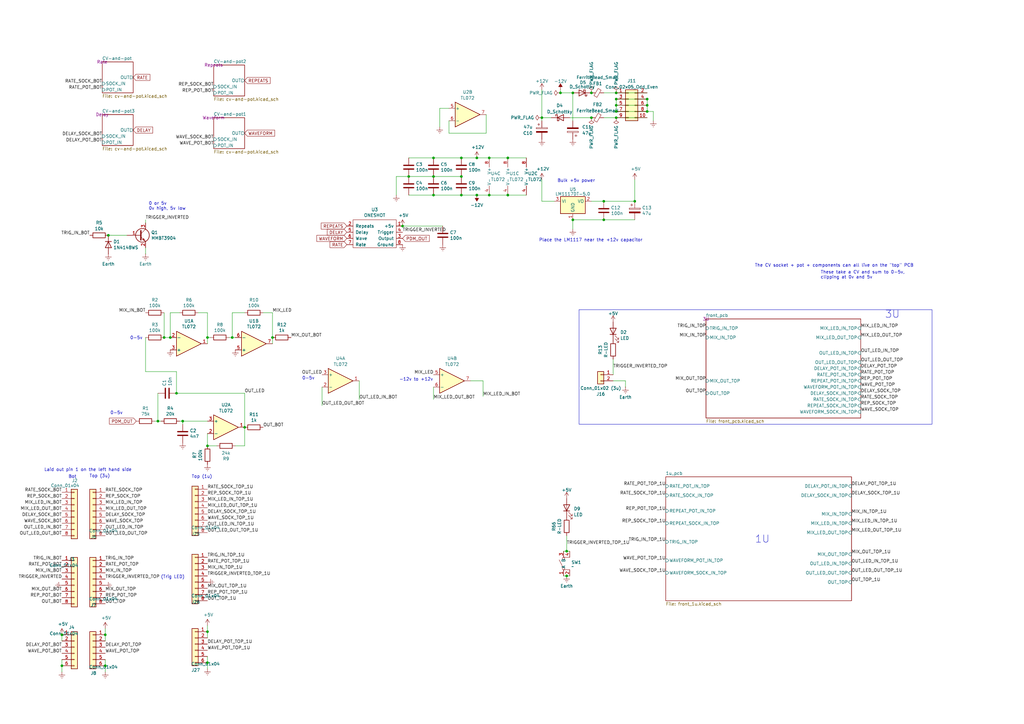
<source format=kicad_sch>
(kicad_sch (version 20250114) (generator "eeschema") (generator_version "9.0")
  (paper "A3")
  (rectangle (start 237.49 127) (end 382.27 173.99))
  (text "0-5v" (at 45.212 170.18 0) (effects (font (size 1.27 1.27)) (justify left bottom)))
  (text "Top (3u)" (at 40.894 195.326 0) (effects (font (size 1.27 1.27))))
  (text "0-5v" (at 126.492 155.194 0) (effects (font (size 1.27 1.27))))
  (text "Top (1u)" (at 82.804 195.58 0) (effects (font (size 1.27 1.27))))
  (text "Laid out pin 1 on the left hand side" (at 36.068 192.786 0) (effects (font (size 1.27 1.27))))
  (text "3U" (at 366.014 129.032 0) (effects (font (size 3 3))))
  (text "(Trig LED)" (at 70.866 236.728 0) (effects (font (size 1.27 1.27))))
  (text "1U" (at 312.674 221.234 0) (effects (font (size 3 3))))
  (text "Place the LM1117 near the +12v capacitor" (at 242.316 98.552 0) (effects (font (size 1.27 1.27))))
  (text "Bot" (at 29.718 195.58 0) (effects (font (size 1.27 1.27))))
  (text "The CV socket + pot + components can all live on the \"top\" PCB" (at 342.138 108.966 0) (effects (font (size 1.27 1.27))))
  (text "0 or 5v\n0v high, 5v low" (at 60.96 84.582 0) (effects (font (size 1.27 1.27)) (justify left)))
  (text "-12v to +12v" (at 170.688 155.702 0) (effects (font (size 1.27 1.27))))
  (text "Bulk +5v power" (at 228.6 74.93 0) (effects (font (size 1.27 1.27)) (justify left bottom)))
  (text "These take a CV and sum to 0-5v,\nclipping at 0v and 5v" (at 336.55 112.776 0) (effects (font (size 1.27 1.27)) (justify left)))
  (text "0-5v" (at 53.34 139.446 0) (effects (font (size 1.27 1.27)) (justify left bottom)))
  (junction (at 247.65 82.55))
  (junction (at 165.1 92.71))
  (junction (at 260.35 82.55))
  (junction (at 252.73 48.26))
  (junction (at 85.09 138.43))
  (junction (at 252.73 40.64))
  (junction (at 234.95 90.17))
  (junction (at 74.93 172.72))
  (junction (at 208.28 80.01))
  (junction (at 64.77 172.72))
  (junction (at 252.73 45.72))
  (junction (at 111.76 138.43))
  (junction (at 195.58 80.01))
  (junction (at 95.25 138.43))
  (junction (at 177.8 64.77))
  (junction (at 252.73 43.18))
  (junction (at 242.57 48.26))
  (junction (at 265.43 43.18))
  (junction (at 200.66 64.77))
  (junction (at 229.87 38.1))
  (junction (at 252.73 38.1))
  (junction (at 222.25 48.26))
  (junction (at 232.41 226.06))
  (junction (at 234.95 38.1))
  (junction (at 265.43 40.64))
  (junction (at 69.85 138.43))
  (junction (at 195.58 64.77))
  (junction (at 247.65 90.17))
  (junction (at 177.8 80.01))
  (junction (at 189.23 80.01))
  (junction (at 43.18 273.05))
  (junction (at 72.39 161.29))
  (junction (at 25.4 273.05))
  (junction (at 232.41 236.22))
  (junction (at 167.64 72.39))
  (junction (at 208.28 64.77))
  (junction (at 25.4 260.35))
  (junction (at 265.43 45.72))
  (junction (at 43.18 260.35))
  (junction (at 177.8 72.39))
  (junction (at 85.09 271.78))
  (junction (at 100.33 175.26))
  (junction (at 44.45 96.52))
  (junction (at 200.66 80.01))
  (junction (at 67.31 138.43))
  (junction (at 85.09 259.08))
  (junction (at 189.23 64.77))
  (junction (at 242.57 38.1))
  (junction (at 189.23 72.39))
  (junction (at 85.09 182.88))
  (wire (pts (xy 222.25 48.26) (xy 222.25 49.53)))
  (wire (pts (xy 72.39 161.29) (xy 100.33 161.29)))
  (wire (pts (xy 69.85 128.27) (xy 69.85 138.43)))
  (wire (pts (xy 251.46 147.32) (xy 251.46 153.67)))
  (wire (pts (xy 242.57 82.55) (xy 247.65 82.55)))
  (wire (pts (xy 252.73 40.64) (xy 265.43 40.64)))
  (wire (pts (xy 189.23 64.77) (xy 195.58 64.77)))
  (wire (pts (xy 86.36 138.43) (xy 85.09 138.43)))
  (wire (pts (xy 162.56 72.39) (xy 162.56 80.01)))
  (wire (pts (xy 232.41 236.22) (xy 233.68 236.22)))
  (wire (pts (xy 72.39 152.4) (xy 59.69 152.4)))
  (wire (pts (xy 100.33 161.29) (xy 100.33 175.26)))
  (wire (pts (xy 252.73 40.64) (xy 252.73 43.18)))
  (wire (pts (xy 59.69 101.6) (xy 59.69 104.14)))
  (wire (pts (xy 177.8 64.77) (xy 189.23 64.77)))
  (wire (pts (xy 189.23 80.01) (xy 195.58 80.01)))
  (wire (pts (xy 111.76 128.27) (xy 111.76 138.43)))
  (wire (pts (xy 95.25 128.27) (xy 95.25 138.43)))
  (wire (pts (xy 199.39 54.61) (xy 184.15 54.61)))
  (wire (pts (xy 85.09 182.88) (xy 88.9 182.88)))
  (wire (pts (xy 252.73 38.1) (xy 265.43 38.1)))
  (wire (pts (xy 69.85 138.43) (xy 67.31 138.43)))
  (wire (pts (xy 265.43 43.18) (xy 265.43 45.72)))
  (wire (pts (xy 74.93 172.72) (xy 74.93 173.99)))
  (wire (pts (xy 256.54 156.21) (xy 256.54 158.75)))
  (wire (pts (xy 229.87 36.83) (xy 229.87 38.1)))
  (wire (pts (xy 85.09 256.54) (xy 85.09 259.08)))
  (wire (pts (xy 64.77 172.72) (xy 66.04 172.72)))
  (wire (pts (xy 147.32 156.21) (xy 147.32 163.83)))
  (wire (pts (xy 43.18 257.81) (xy 43.18 260.35)))
  (wire (pts (xy 181.61 92.71) (xy 165.1 92.71)))
  (wire (pts (xy 267.97 49.53) (xy 267.97 45.72)))
  (wire (pts (xy 177.8 80.01) (xy 189.23 80.01)))
  (wire (pts (xy 74.93 172.72) (xy 85.09 172.72)))
  (wire (pts (xy 222.25 48.26) (xy 226.06 48.26)))
  (wire (pts (xy 234.95 90.17) (xy 234.95 93.98)))
  (wire (pts (xy 184.15 54.61) (xy 184.15 49.53)))
  (wire (pts (xy 232.41 226.06) (xy 233.68 226.06)))
  (wire (pts (xy 85.09 269.24) (xy 85.09 271.78)))
  (wire (pts (xy 251.46 156.21) (xy 256.54 156.21)))
  (wire (pts (xy 43.18 273.05) (xy 43.18 275.59)))
  (wire (pts (xy 208.28 80.01) (xy 215.9 80.01)))
  (wire (pts (xy 234.95 38.1) (xy 234.95 49.53)))
  (wire (pts (xy 100.33 128.27) (xy 95.25 128.27)))
  (wire (pts (xy 260.35 73.66) (xy 260.35 82.55)))
  (wire (pts (xy 43.18 270.51) (xy 43.18 273.05)))
  (wire (pts (xy 111.76 138.43) (xy 111.76 140.97)))
  (wire (pts (xy 198.12 156.21) (xy 193.04 156.21)))
  (wire (pts (xy 73.66 128.27) (xy 69.85 128.27)))
  (wire (pts (xy 252.73 43.18) (xy 265.43 43.18)))
  (wire (pts (xy 59.69 152.4) (xy 59.69 138.43)))
  (wire (pts (xy 85.09 138.43) (xy 85.09 140.97)))
  (wire (pts (xy 208.28 64.77) (xy 215.9 64.77)))
  (wire (pts (xy 167.64 64.77) (xy 177.8 64.77)))
  (wire (pts (xy 195.58 64.77) (xy 200.66 64.77)))
  (wire (pts (xy 96.52 182.88) (xy 100.33 182.88)))
  (wire (pts (xy 252.73 45.72) (xy 265.43 45.72)))
  (wire (pts (xy 85.09 182.88) (xy 85.09 177.8)))
  (wire (pts (xy 85.09 128.27) (xy 85.09 138.43)))
  (wire (pts (xy 177.8 72.39) (xy 189.23 72.39)))
  (wire (pts (xy 233.68 48.26) (xy 242.57 48.26)))
  (wire (pts (xy 222.25 73.66) (xy 222.25 82.55)))
  (wire (pts (xy 72.39 161.29) (xy 72.39 152.4)))
  (wire (pts (xy 252.73 48.26) (xy 265.43 48.26)))
  (wire (pts (xy 167.64 72.39) (xy 162.56 72.39)))
  (wire (pts (xy 67.31 128.27) (xy 67.31 138.43)))
  (wire (pts (xy 167.64 80.01) (xy 177.8 80.01)))
  (wire (pts (xy 177.8 158.75) (xy 177.8 163.83)))
  (wire (pts (xy 195.58 80.01) (xy 200.66 80.01)))
  (wire (pts (xy 199.39 46.99) (xy 199.39 54.61)))
  (wire (pts (xy 231.14 226.06) (xy 232.41 226.06)))
  (wire (pts (xy 247.65 90.17) (xy 234.95 90.17)))
  (wire (pts (xy 81.28 128.27) (xy 85.09 128.27)))
  (wire (pts (xy 260.35 90.17) (xy 247.65 90.17)))
  (wire (pts (xy 73.66 172.72) (xy 74.93 172.72)))
  (wire (pts (xy 44.45 96.52) (xy 52.07 96.52)))
  (wire (pts (xy 25.4 270.51) (xy 25.4 273.05)))
  (wire (pts (xy 93.98 138.43) (xy 95.25 138.43)))
  (wire (pts (xy 222.25 36.83) (xy 222.25 48.26)))
  (wire (pts (xy 200.66 80.01) (xy 208.28 80.01)))
  (wire (pts (xy 180.34 44.45) (xy 180.34 52.07)))
  (wire (pts (xy 231.14 236.22) (xy 232.41 236.22)))
  (wire (pts (xy 265.43 40.64) (xy 265.43 43.18)))
  (wire (pts (xy 107.95 128.27) (xy 111.76 128.27)))
  (wire (pts (xy 200.66 64.77) (xy 208.28 64.77)))
  (wire (pts (xy 43.18 260.35) (xy 43.18 262.89)))
  (wire (pts (xy 85.09 271.78) (xy 85.09 274.32)))
  (wire (pts (xy 232.41 219.71) (xy 232.41 226.06)))
  (wire (pts (xy 25.4 260.35) (xy 25.4 262.89)))
  (wire (pts (xy 247.65 38.1) (xy 252.73 38.1)))
  (wire (pts (xy 252.73 43.18) (xy 252.73 45.72)))
  (wire (pts (xy 85.09 259.08) (xy 85.09 261.62)))
  (wire (pts (xy 59.69 90.17) (xy 59.69 91.44)))
  (wire (pts (xy 167.64 72.39) (xy 177.8 72.39)))
  (wire (pts (xy 132.08 158.75) (xy 132.08 166.37)))
  (wire (pts (xy 222.25 82.55) (xy 227.33 82.55)))
  (wire (pts (xy 184.15 44.45) (xy 180.34 44.45)))
  (wire (pts (xy 247.65 48.26) (xy 252.73 48.26)))
  (wire (pts (xy 198.12 156.21) (xy 198.12 162.56)))
  (wire (pts (xy 100.33 175.26) (xy 100.33 182.88)))
  (wire (pts (xy 95.25 138.43) (xy 96.52 138.43)))
  (wire (pts (xy 247.65 82.55) (xy 260.35 82.55)))
  (wire (pts (xy 25.4 273.05) (xy 25.4 275.59)))
  (wire (pts (xy 64.77 161.29) (xy 64.77 172.72)))
  (wire (pts (xy 63.5 172.72) (xy 64.77 172.72)))
  (wire (pts (xy 267.97 45.72) (xy 265.43 45.72)))
  (wire (pts (xy 229.87 38.1) (xy 234.95 38.1)))
  (label "MIX_LED" (at 111.76 128.27 0))
  (label "REP_SOCK_TOP" (at 353.06 166.37 0))
  (label "WAVE_SOCK_BOT" (at 87.63 57.15 180))
  (label "MIX_LED_OUT_TOP_1U" (at 349.25 218.44 0))
  (label "MIX_IN_BOT" (at 59.69 128.27 180))
  (label "OUT_TOP_1U" (at 85.09 246.38 0))
  (label "MIX_LED_IN_TOP" (at 43.18 207.01 0))
  (label "WAVE_SOCK_TOP" (at 353.06 168.91 0))
  (label "OUT_TOP_1U" (at 349.25 238.76 0))
  (label "WAVE_SOCK_TOP_1U" (at 85.09 213.36 0))
  (label "REP_POT_TOP" (at 43.18 245.11 0))
  (label "OUT_LED_OUT_TOP" (at 43.18 219.71 0))
  (label "REP_POT_TOP_1U" (at 85.09 243.84 0))
  (label "OUT_LED" (at 100.33 161.29 0))
  (label "MIX_LED_IN_TOP_1U" (at 85.09 205.74 0))
  (label "MIX_IN_TOP" (at 43.18 234.95 0))
  (label "OUT_LED_IN_BOT" (at 25.4 217.17 180))
  (label "DELAY_SOCK_TOP" (at 353.06 161.29 0))
  (label "RATE_SOCK_TOP" (at 353.06 163.83 0))
  (label "WAVE_SOCK_TOP" (at 43.18 214.63 0))
  (label "RATE_POT_TOP_1U" (at 85.09 231.14 0))
  (label "OUT_LED_IN_TOP_1U" (at 85.09 215.9 0))
  (label "RATE_SOCK_TOP" (at 43.18 201.93 0))
  (label "OUT_LED_IN_TOP_1U" (at 349.25 231.14 0))
  (label "TRIG_IN_TOP_1U" (at 85.09 228.6 0))
  (label "RATE_SOCK_BOT" (at 41.91 34.29 180))
  (label "MIX_IN_TOP" (at 289.56 138.43 180))
  (label "TRIGGER_INVERTED_TOP" (at 43.18 237.49 0))
  (label "RATE_SOCK_TOP_1U" (at 273.05 203.2 180))
  (label "TRIGGER_INVERTED_TOP_1U" (at 85.09 236.22 0))
  (label "MIX_OUT_BOT" (at 119.38 138.43 0))
  (label "TRIGGER_INVERTED" (at 165.1 95.25 0))
  (label "WAVE_POT_TOP_1U" (at 273.05 229.87 180))
  (label "DELAY_POT_TOP" (at 353.06 151.13 0))
  (label "TRIG_IN_BOT" (at 25.4 229.87 180))
  (label "MIX_LED_OUT_BOT" (at 25.4 209.55 180))
  (label "DELAY_SOCK_TOP_1U" (at 349.25 203.2 0))
  (label "TRIG_IN_TOP_1U" (at 273.05 222.25 180))
  (label "MIX_LED_OUT_TOP" (at 353.06 138.43 0))
  (label "MIX_LED_OUT_BOT" (at 177.8 163.83 0))
  (label "MIX_OUT_TOP" (at 289.56 156.21 180))
  (label "RATE_POT_BOT" (at 41.91 36.83 180))
  (label "OUT_BOT" (at 25.4 247.65 180))
  (label "REP_POT_TOP" (at 353.06 156.21 0))
  (label "DELAY_POT_BOT" (at 41.91 58.42 180))
  (label "MIX_OUT_BOT" (at 25.4 242.57 180))
  (label "MIX_LED_IN_TOP_1U" (at 349.25 214.63 0))
  (label "OUT_LED_IN_TOP" (at 43.18 217.17 0))
  (label "TRIGGER_INVERTED_TOP_1U" (at 232.41 223.52 0))
  (label "TRIGGER_INVERTED_TOP" (at 251.46 151.13 0))
  (label "OUT_TOP" (at 289.56 161.29 180))
  (label "TRIG_IN_BOT" (at 36.83 96.52 180))
  (label "DELAY_POT_TOP_1U" (at 85.09 264.16 0))
  (label "DELAY_POT_TOP_1U" (at 349.25 199.39 0))
  (label "RATE_POT_TOP_1U" (at 273.05 199.39 180))
  (label "TRIG_IN_TOP" (at 43.18 229.87 0))
  (label "DELAY_SOCK_TOP_1U" (at 85.09 210.82 0))
  (label "WAVE_POT_TOP" (at 43.18 267.97 0))
  (label "DELAY_SOCK_BOT" (at 41.91 55.88 180))
  (label "MIX_OUT_TOP_1U" (at 85.09 241.3 0))
  (label "OUT_LED_OUT_TOP" (at 353.06 148.59 0))
  (label "MIX_IN_BOT" (at 25.4 234.95 180))
  (label "MIX_IN_TOP_1U" (at 85.09 233.68 0))
  (label "MIX_IN_TOP_1U" (at 349.25 210.82 0))
  (label "DELAY_POT_BOT" (at 25.4 265.43 180))
  (label "WAVE_SOCK_TOP_1U" (at 273.05 234.95 180))
  (label "REP_SOCK_BOT" (at 25.4 204.47 180))
  (label "MIX_OUT_TOP_1U" (at 349.25 227.33 0))
  (label "DELAY_POT_TOP" (at 43.18 265.43 0))
  (label "TRIGGER_INVERTED" (at 25.4 237.49 180))
  (label "OUT_TOP" (at 43.18 247.65 0))
  (label "REP_POT_BOT" (at 25.4 245.11 180))
  (label "OUT_BOT" (at 107.95 175.26 0))
  (label "REP_POT_BOT" (at 87.63 38.1 180))
  (label "MIX_OUT_TOP" (at 43.18 242.57 0))
  (label "MIX_LED" (at 177.8 153.67 180))
  (label "REP_SOCK_BOT" (at 87.63 35.56 180))
  (label "RATE_POT_TOP" (at 353.06 153.67 0))
  (label "DELAY_SOCK_TOP" (at 43.18 212.09 0))
  (label "RATE_SOCK_BOT" (at 25.4 201.93 180))
  (label "OUT_LED_OUT_TOP_1U" (at 85.09 218.44 0))
  (label "REP_POT_TOP_1U" (at 273.05 209.55 180))
  (label "TRIGGER_INVERTED" (at 59.69 90.17 0))
  (label "OUT_LED_OUT_BOT" (at 132.08 166.37 0))
  (label "MIX_LED_IN_TOP" (at 353.06 134.62 0))
  (label "WAVE_SOCK_BOT" (at 25.4 214.63 180))
  (label "REP_SOCK_TOP_1U" (at 273.05 214.63 180))
  (label "WAVE_POT_TOP" (at 353.06 158.75 0))
  (label "OUT_LED" (at 132.08 153.67 180))
  (label "OUT_LED_OUT_BOT" (at 25.4 219.71 180))
  (label "OUT_LED_OUT_TOP_1U" (at 349.25 234.95 0))
  (label "MIX_LED_OUT_TOP" (at 43.18 209.55 0))
  (label "RATE_POT_TOP" (at 43.18 232.41 0))
  (label "REP_SOCK_TOP" (at 43.18 204.47 0))
  (label "RATE_POT_BOT" (at 25.4 232.41 180))
  (label "TRIG_IN_TOP" (at 289.56 134.62 180))
  (label "MIX_LED_OUT_TOP_1U" (at 85.09 208.28 0))
  (label "WAVE_POT_BOT" (at 25.4 267.97 180))
  (label "MIX_LED_IN_BOT" (at 198.12 162.56 0))
  (label "DELAY_SOCK_BOT" (at 25.4 212.09 180))
  (label "WAVE_POT_BOT" (at 87.63 59.69 180))
  (label "REP_SOCK_TOP_1U" (at 85.09 203.2 0))
  (label "OUT_LED_IN_BOT" (at 147.32 163.83 0))
  (label "MIX_LED_IN_BOT" (at 25.4 207.01 180))
  (label "OUT_LED_IN_TOP" (at 353.06 144.78 0))
  (label "WAVE_POT_TOP_1U" (at 85.09 266.7 0))
  (label "RATE_SOCK_TOP_1U" (at 85.09 200.66 0))
  (global_label "DELAY" (shape input) (at 142.24 95.25 180) (property "Intersheetrefs" "${INTERSHEET_REFS}" (effects (hide yes))))
  (global_label "REPEATS" (shape input) (at 100.33 33.02 0) (property "Intersheetrefs" "${INTERSHEET_REFS}" (effects (hide yes))))
  (global_label "WAVEFORM" (shape input) (at 100.33 54.61 0) (property "Intersheetrefs" "${INTERSHEET_REFS}" (effects (hide yes))))
  (global_label "RATE" (shape input) (at 142.24 100.33 180) (property "Intersheetrefs" "${INTERSHEET_REFS}" (effects (hide yes))))
  (global_label "RATE" (shape input) (at 54.61 31.75 0) (property "Intersheetrefs" "${INTERSHEET_REFS}" (effects (hide yes))))
  (global_label "PDM_OUT" (shape input) (at 165.1 97.79 0) (property "Intersheetrefs" "${INTERSHEET_REFS}" (effects (hide yes))))
  (global_label "WAVEFORM" (shape input) (at 142.24 97.79 180) (property "Intersheetrefs" "${INTERSHEET_REFS}" (effects (hide yes))))
  (global_label "PDM_OUT" (shape input) (at 55.88 172.72 180) (property "Intersheetrefs" "${INTERSHEET_REFS}" (effects (hide yes))))
  (global_label "DELAY" (shape input) (at 54.61 53.34 0) (property "Intersheetrefs" "${INTERSHEET_REFS}" (effects (hide yes))))
  (global_label "REPEATS" (shape input) (at 142.24 92.71 180) (property "Intersheetrefs" "${INTERSHEET_REFS}" (effects (hide yes))))
  (symbol (lib_id "twoshot-rescue:ONESHOT-RS") (at 153.67 93.98 0) (unit 1)
    (property "Reference" "U3" (at 153.67 85.979 0))
    (property "Value" "ONESHOT" (at 153.67 88.2904 0))
    (property "Footprint" "Package_DIP:DIP-8_W7.62mm_Socket_LongPads" (effects (hide yes)))
  )
  (symbol (lib_id "Device:C") (at 181.61 96.52 0) (unit 1)
    (property "Reference" "C7" (at 184.531 95.3516 0) (effects (justify left)))
    (property "Value" "100n" (at 184.531 97.663 0) (effects (justify left)))
    (property "Footprint" "Capacitor_SMD:C_0603_1608Metric" (effects (hide yes)))
  )
  (symbol (lib_id "power:+5V") (at 165.1 92.71 0) (unit 1)
    (property "Reference" "#PWR021" (effects (hide yes)))
    (property "Value" "+5V" (at 165.481 88.3158 0))
  )
  (symbol (lib_id "power:Earth") (at 165.1 100.33 0) (unit 1)
    (property "Reference" "#PWR022" (effects (hide yes)))
    (property "Value" "Earth" (effects (hide yes)))
  )
  (symbol (lib_id "Device:R") (at 59.69 172.72 270) (unit 1)
    (property "Reference" "R1" (at 59.69 167.4622 90))
    (property "Value" "75k" (at 59.69 169.7736 90))
    (property "Footprint" "Resistor_SMD:R_0603_1608Metric" (effects (hide yes)))
  )
  (symbol (lib_id "Device:R") (at 69.85 172.72 270) (unit 1)
    (property "Reference" "R4" (at 69.85 167.4622 90))
    (property "Value" "20k" (at 69.85 169.7736 90))
    (property "Footprint" "Resistor_SMD:R_0603_1608Metric" (effects (hide yes)))
  )
  (symbol (lib_id "Device:C") (at 74.93 177.8 0) (unit 1)
    (property "Reference" "C2" (at 77.851 176.6316 0) (effects (justify left)))
    (property "Value" "4n7" (at 77.851 178.943 0) (effects (justify left)))
    (property "Footprint" "Capacitor_SMD:C_0603_1608Metric" (effects (hide yes)))
  )
  (symbol (lib_id "power:Earth") (at 74.93 181.61 0) (unit 1)
    (property "Reference" "#PWR010" (effects (hide yes)))
    (property "Value" "Earth" (effects (hide yes)))
  )
  (symbol (lib_id "Device:C") (at 68.58 161.29 90) (unit 1)
    (property "Reference" "C1" (at 67.4116 158.369 0) (effects (justify left)))
    (property "Value" "10n" (at 69.723 158.369 0) (effects (justify left)))
    (property "Footprint" "Capacitor_SMD:C_0603_1608Metric" (effects (hide yes)))
  )
  (symbol (lib_id "Device:R") (at 104.14 175.26 270) (unit 1)
    (property "Reference" "R11" (at 104.14 170.0022 90))
    (property "Value" "1k" (at 104.14 172.3136 90))
    (property "Footprint" "Resistor_SMD:R_0603_1608Metric" (effects (hide yes)))
  )
  (symbol (lib_id "Device:R") (at 63.5 128.27 270) (unit 1)
    (property "Reference" "R2" (at 63.5 123.0122 90))
    (property "Value" "100k" (at 63.5 125.3236 90))
    (property "Footprint" "Resistor_SMD:R_0603_1608Metric" (effects (hide yes)))
  )
  (symbol (lib_id "Device:R") (at 63.5 138.43 270) (unit 1)
    (property "Reference" "R3" (at 63.5 133.1722 90))
    (property "Value" "100k" (at 63.5 135.4836 90))
    (property "Footprint" "Resistor_SMD:R_0603_1608Metric" (effects (hide yes)))
  )
  (symbol (lib_id "Device:R") (at 77.47 128.27 270) (unit 1)
    (property "Reference" "R6" (at 77.47 123.0122 90))
    (property "Value" "100k" (at 77.47 125.3236 90))
    (property "Footprint" "Resistor_SMD:R_0603_1608Metric" (effects (hide yes)))
  )
  (symbol (lib_id "power:Earth") (at 69.85 143.51 0) (unit 1)
    (property "Reference" "#PWR09" (effects (hide yes)))
    (property "Value" "Earth" (effects (hide yes)))
  )
  (symbol (lib_id "Device:R") (at 90.17 138.43 270) (unit 1)
    (property "Reference" "R8" (at 90.17 133.1722 90))
    (property "Value" "100k" (at 90.17 135.4836 90))
    (property "Footprint" "Resistor_SMD:R_0603_1608Metric" (effects (hide yes)))
  )
  (symbol (lib_id "Device:R") (at 104.14 128.27 270) (unit 1)
    (property "Reference" "R10" (at 104.14 123.0122 90))
    (property "Value" "100k" (at 104.14 125.3236 90))
    (property "Footprint" "Resistor_SMD:R_0603_1608Metric" (effects (hide yes)))
  )
  (symbol (lib_id "power:Earth") (at 96.52 143.51 0) (unit 1)
    (property "Reference" "#PWR014" (effects (hide yes)))
    (property "Value" "Earth" (effects (hide yes)))
  )
  (symbol (lib_id "Device:R") (at 115.57 138.43 270) (unit 1)
    (property "Reference" "R12" (at 115.57 133.1722 90))
    (property "Value" "1k" (at 115.57 135.4836 90))
    (property "Footprint" "Resistor_SMD:R_0603_1608Metric" (effects (hide yes)))
  )
  (symbol (lib_id "Transistor_BJT:MMBT3904") (at 57.15 96.52 0) (unit 1)
    (property "Reference" "Q1" (at 62.0014 95.3516 0) (effects (justify left)))
    (property "Value" "MMBT3904" (at 62.0014 97.663 0) (effects (justify left)))
    (property "Footprint" "Package_TO_SOT_SMD:SOT-23" (effects (hide yes)))
    (property "Datasheet" "https://www.onsemi.com/pub/Collateral/2N3903-D.PDF" (effects (hide yes)))
  )
  (symbol (lib_id "power:Earth") (at 181.61 100.33 0) (unit 1)
    (property "Reference" "#PWR024" (effects (hide yes)))
    (property "Value" "Earth" (effects (hide yes)))
  )
  (symbol (lib_id "power:Earth") (at 222.25 57.15 0) (unit 1)
    (property "Reference" "#PWR027" (effects (hide yes)))
    (property "Value" "Earth" (effects (hide yes)))
  )
  (symbol (lib_id "Amplifier_Operational:TL072") (at 218.44 72.39 0) (unit 3)
    (property "Reference" "U2" (at 216.535 71.1778 0) (effects (justify left)))
    (property "Value" "TL072" (at 216.535 73.6021 0) (effects (justify left)))
    (property "Footprint" "Package_SO:SOIC-8_3.9x4.9mm_P1.27mm" (effects (hide yes)))
    (property "Datasheet" "http://www.ti.com/lit/ds/symlink/tl071.pdf" (effects (hide yes)))
    (property "Description" "Dual Low-Noise JFET-Input Operational Amplifiers, DIP-8/SOIC-8" (effects (hide yes)))
  )
  (symbol (lib_id "d6-rescue:CP-Device") (at 260.35 86.36 0) (unit 1)
    (property "Reference" "C13" (at 263.3472 85.1916 0) (effects (justify left)))
    (property "Value" "47u" (at 263.3472 87.503 0) (effects (justify left)))
    (property "Footprint" "Capacitor_SMD:CP_Elec_5x5.4" (effects (hide yes)))
  )
  (symbol (lib_id "Amplifier_Operational:TL072") (at 191.77 46.99 0) (unit 2)
    (property "Reference" "U2" (at 191.77 37.7655 0))
    (property "Value" "TL072" (at 191.77 40.1898 0))
    (property "Footprint" "Package_SO:SOIC-8_3.9x4.9mm_P1.27mm" (effects (hide yes)))
    (property "Datasheet" "http://www.ti.com/lit/ds/symlink/tl071.pdf" (effects (hide yes)))
    (property "Description" "Dual Low-Noise JFET-Input Operational Amplifiers, DIP-8/SOIC-8" (effects (hide yes)))
  )
  (symbol (lib_id "power:Earth") (at 25.4 275.59 0) (unit 1)
    (property "Reference" "#PWR03" (effects (hide yes)))
    (property "Value" "Earth" (effects (hide yes)))
  )
  (symbol (lib_id "power:+5V") (at 251.46 132.08 0) (unit 1)
    (property "Reference" "#PWR016" (effects (hide yes)))
    (property "Value" "+5V" (at 251.46 128.5781 0))
  )
  (symbol (lib_id "power:Earth") (at 43.18 240.03 90) (unit 1)
    (property "Reference" "#PWR017" (effects (hide yes)))
    (property "Value" "Earth" (effects (hide yes)))
  )
  (symbol (lib_id "Device:C_Polarized") (at 222.25 53.34 0) (unit 1)
    (property "Reference" "C10" (at 218.44 54.61 0) (effects (justify right)))
    (property "Value" "47u" (at 218.44 52.07 0) (effects (justify right)))
    (property "Footprint" "Capacitor_SMD:CP_Elec_5x5.4" (effects (hide yes)))
  )
  (symbol (lib_id "Device:C_Polarized") (at 234.95 53.34 180) (unit 1)
    (property "Reference" "C11" (at 238.76 52.07 0) (effects (justify right)))
    (property "Value" "47u" (at 238.76 54.61 0) (effects (justify right)))
    (property "Footprint" "Capacitor_SMD:CP_Elec_5x5.4" (effects (hide yes)))
  )
  (symbol (lib_id "Amplifier_Operational:TL072") (at 92.71 175.26 0) (unit 1)
    (property "Reference" "U2" (at 92.71 166.0355 0))
    (property "Value" "TL072" (at 92.71 168.4598 0))
    (property "Footprint" "Package_SO:SOIC-8_3.9x4.9mm_P1.27mm" (effects (hide yes)))
    (property "Datasheet" "http://www.ti.com/lit/ds/symlink/tl071.pdf" (effects (hide yes)))
    (property "Description" "Dual Low-Noise JFET-Input Operational Amplifiers, DIP-8/SOIC-8" (effects (hide yes)))
  )
  (symbol (lib_id "Amplifier_Operational:TL072") (at 77.47 140.97 0) (mirror x) (unit 1)
    (property "Reference" "U1" (at 77.47 131.6482 0))
    (property "Value" "TL072" (at 77.47 133.9596 0))
    (property "Footprint" "Package_SO:SOIC-8_3.9x4.9mm_P1.27mm" (effects (hide yes)))
    (property "Datasheet" "http://www.ti.com/lit/ds/symlink/tl071.pdf" (effects (hide yes)))
    (property "LCSC" "C6961" (effects (hide yes)))
  )
  (symbol (lib_id "power:+5V") (at 43.18 257.81 0) (unit 1)
    (property "Reference" "#PWR08" (effects (hide yes)))
    (property "Value" "+5V" (at 43.561 253.4158 0))
  )
  (symbol (lib_id "Device:C") (at 189.23 68.58 0) (unit 1)
    (property "Reference" "C8" (at 192.151 67.4116 0) (effects (justify left)))
    (property "Value" "100n" (at 192.151 69.723 0) (effects (justify left)))
    (property "Footprint" "Capacitor_SMD:C_0603_1608Metric" (effects (hide yes)))
  )
  (symbol (lib_id "power:+5V") (at 260.35 73.66 0) (unit 1)
    (property "Reference" "#PWR032" (effects (hide yes)))
    (property "Value" "+5V" (at 260.731 69.2658 0))
  )
  (symbol (lib_id "Device:R") (at 92.71 182.88 90) (unit 1)
    (property "Reference" "R9" (at 92.71 188.1378 90))
    (property "Value" "24k" (at 92.71 185.8264 90))
    (property "Footprint" "Resistor_SMD:R_0603_1608Metric" (effects (hide yes)))
  )
  (symbol (lib_id "power:PWR_FLAG") (at 252.73 48.26 180) (unit 1)
    (property "Reference" "#FLG04" (effects (hide yes)))
    (property "Value" "PWR_FLAG" (at 252.73 51.4349 90) (effects (justify left)))
    (property "Description" "Special symbol for telling ERC where power comes from" (effects (hide yes)))
  )
  (symbol (lib_name "Earth_1") (lib_id "power:Earth") (at 232.41 236.22 0) (unit 1)
    (property "Reference" "#PWR0108" (effects (hide yes)))
    (property "Value" "Earth" (at 232.41 240.3531 0))
    (property "Description" "Power symbol creates a global label with name \"Earth\"" (effects (hide yes)))
  )
  (symbol (lib_id "Device:C") (at 177.8 68.58 0) (unit 1)
    (property "Reference" "C5" (at 180.721 67.4116 0) (effects (justify left)))
    (property "Value" "100n" (at 180.721 69.723 0) (effects (justify left)))
    (property "Footprint" "Capacitor_SMD:C_0603_1608Metric" (effects (hide yes)))
  )
  (symbol (lib_id "Connector_Generic:Conn_01x08") (at 30.48 209.55 0) (unit 1)
    (property "Reference" "J2" (at 29.464 197.104 0) (effects (justify left)))
    (property "Value" "Conn_01x04" (at 20.828 199.136 0) (effects (justify left)))
    (property "Footprint" "Connector_PinHeader_2.54mm:PinHeader_1x08_P2.54mm_Vertical" (effects (hide yes)))
    (property "Description" "Generic connector, single row, 01x08, script generated (kicad-library-utils/schlib/autogen/connector/)" (effects (hide yes)))
  )
  (symbol (lib_id "power:Earth") (at 85.09 190.5 0) (unit 1)
    (property "Reference" "#PWR012" (effects (hide yes)))
    (property "Value" "Earth" (effects (hide yes)))
  )
  (symbol (lib_id "power:Earth") (at 25.4 240.03 270) (unit 1)
    (property "Reference" "#PWR067" (effects (hide yes)))
    (property "Value" "Earth" (effects (hide yes)))
  )
  (symbol (lib_id "Connector_Generic:Conn_01x08") (at 38.1 237.49 0) (mirror y) (unit 1)
    (property "Reference" "J7" (at 38.354 248.158 0))
    (property "Value" "Conn_01x04" (at 42.418 245.618 0))
    (property "Footprint" "Connector_PinSocket_2.54mm:PinSocket_1x08_P2.54mm_Vertical" (effects (hide yes)))
    (property "Description" "Generic connector, single row, 01x08, script generated (kicad-library-utils/schlib/autogen/connector/)" (effects (hide yes)))
  )
  (symbol (lib_id "Device:R") (at 251.46 143.51 0) (unit 1)
    (property "Reference" "R13" (at 246.2022 143.51 90))
    (property "Value" "R-LED" (at 248.5136 143.51 90))
    (property "Footprint" "Resistor_THT:R_Axial_DIN0207_L6.3mm_D2.5mm_P7.62mm_Horizontal" (effects (hide yes)))
  )
  (symbol (lib_id "power:+5V") (at 232.41 204.47 0) (unit 1)
    (property "Reference" "#PWR0107" (effects (hide yes)))
    (property "Value" "+5V" (at 232.41 200.9681 0))
  )
  (symbol (lib_id "Connector_Generic:Conn_01x08") (at 38.1 209.55 0) (mirror y) (unit 1)
    (property "Reference" "J6" (at 38.354 220.218 0))
    (property "Value" "Conn_01x04" (at 42.418 217.678 0))
    (property "Footprint" "Connector_PinSocket_2.54mm:PinSocket_1x08_P2.54mm_Vertical" (effects (hide yes)))
    (property "Description" "Generic connector, single row, 01x08, script generated (kicad-library-utils/schlib/autogen/connector/)" (effects (hide yes)))
  )
  (symbol (lib_id "power:Earth") (at 234.95 57.15 0) (unit 1)
    (property "Reference" "#PWR030" (effects (hide yes)))
    (property "Value" "Earth" (effects (hide yes)))
  )
  (symbol (lib_id "Device:C") (at 167.64 76.2 0) (unit 1)
    (property "Reference" "C4" (at 170.561 75.0316 0) (effects (justify left)))
    (property "Value" "100n" (at 170.561 77.343 0) (effects (justify left)))
    (property "Footprint" "Capacitor_SMD:C_0603_1608Metric" (effects (hide yes)))
  )
  (symbol (lib_name "Earth_1") (lib_id "power:Earth") (at 59.69 104.14 0) (unit 1)
    (property "Reference" "#PWR013" (effects (hide yes)))
    (property "Value" "Earth" (at 59.69 108.2731 0))
    (property "Description" "Power symbol creates a global label with name \"Earth\"" (effects (hide yes)))
  )
  (symbol (lib_id "power:Earth") (at 267.97 49.53 0) (unit 1)
    (property "Reference" "#PWR034" (effects (hide yes)))
    (property "Value" "Earth" (effects (hide yes)))
  )
  (symbol (lib_id "power:PWR_FLAG") (at 229.87 38.1 90) (unit 1)
    (property "Reference" "#FLG02" (effects (hide yes)))
    (property "Value" "PWR_FLAG" (at 226.6951 38.1 90) (effects (justify left)))
    (property "Description" "Special symbol for telling ERC where power comes from" (effects (hide yes)))
  )
  (symbol (lib_id "Device:C") (at 247.65 86.36 0) (unit 1)
    (property "Reference" "C12" (at 250.571 85.1916 0) (effects (justify left)))
    (property "Value" "100n" (at 250.571 87.503 0) (effects (justify left)))
    (property "Footprint" "Capacitor_SMD:C_0603_1608Metric" (effects (hide yes)))
  )
  (symbol (lib_id "Device:C") (at 177.8 76.2 0) (unit 1)
    (property "Reference" "C6" (at 180.721 75.0316 0) (effects (justify left)))
    (property "Value" "100n" (at 180.721 77.343 0) (effects (justify left)))
    (property "Footprint" "Capacitor_SMD:C_0603_1608Metric" (effects (hide yes)))
  )
  (symbol (lib_id "Amplifier_Operational:TL072") (at 104.14 140.97 0) (mirror x) (unit 2)
    (property "Reference" "U1" (at 104.14 131.6482 0))
    (property "Value" "TL072" (at 104.14 133.9596 0))
    (property "Footprint" "Package_SO:SOIC-8_3.9x4.9mm_P1.27mm" (effects (hide yes)))
    (property "Datasheet" "http://www.ti.com/lit/ds/symlink/tl071.pdf" (effects (hide yes)))
    (property "LCSC" "C6961" (effects (hide yes)))
  )
  (symbol (lib_id "Device:D_Schottky") (at 229.87 48.26 0) (unit 1)
    (property "Reference" "D4" (at 229.5525 43.2902 0))
    (property "Value" "D_Schottky" (at 229.5525 45.8271 0))
    (property "Footprint" "Diode_SMD:D_SOD-323" (effects (hide yes)))
  )
  (symbol (lib_id "Amplifier_Operational:TL072") (at 210.82 72.39 0) (unit 3)
    (property "Reference" "U1" (at 208.915 71.1778 0) (effects (justify left)))
    (property "Value" "TL072" (at 208.915 73.6021 0) (effects (justify left)))
    (property "Footprint" "Package_SO:SOIC-8_3.9x4.9mm_P1.27mm" (effects (hide yes)))
    (property "Datasheet" "http://www.ti.com/lit/ds/symlink/tl071.pdf" (effects (hide yes)))
    (property "Description" "Dual Low-Noise JFET-Input Operational Amplifiers, DIP-8/SOIC-8" (effects (hide yes)))
  )
  (symbol (lib_id "power:Earth") (at 85.09 274.32 0) (unit 1)
    (property "Reference" "#PWR0111" (effects (hide yes)))
    (property "Value" "Earth" (effects (hide yes)))
  )
  (symbol (lib_id "Diode:1N4148WS") (at 44.45 100.33 270) (unit 1)
    (property "Reference" "D1" (at 46.482 99.1178 90) (effects (justify left)))
    (property "Value" "1N4148WS" (at 46.482 101.5421 90) (effects (justify left)))
    (property "Footprint" "Diode_SMD:D_SOD-323" (effects (hide yes)))
    (property "Datasheet" "https://www.vishay.com/docs/85751/1n4148ws.pdf" (effects (hide yes)))
    (property "Description" "75V 0.15A Fast switching Diode, SOD-323" (effects (hide yes)))
    (property "Sim.Device" "D" (effects (hide yes)))
    (property "Sim.Pins" "1=K 2=A" (effects (hide yes)))
  )
  (symbol (lib_id "Amplifier_Operational:TL072") (at 139.7 156.21 0) (unit 1)
    (property "Reference" "U4" (at 139.7 146.9855 0))
    (property "Value" "TL072" (at 139.7 149.4098 0))
    (property "Footprint" "Package_SO:SOIC-8_3.9x4.9mm_P1.27mm" (effects (hide yes)))
    (property "Datasheet" "http://www.ti.com/lit/ds/symlink/tl071.pdf" (effects (hide yes)))
    (property "Description" "Dual Low-Noise JFET-Input Operational Amplifiers, DIP-8/SOIC-8" (effects (hide yes)))
  )
  (symbol (lib_id "power:Earth") (at 43.18 275.59 0) (unit 1)
    (property "Reference" "#PWR07" (effects (hide yes)))
    (property "Value" "Earth" (effects (hide yes)))
  )
  (symbol (lib_id "Device:D_Schottky") (at 238.76 38.1 180) (unit 1)
    (property "Reference" "D5" (at 239.0775 33.8201 0))
    (property "Value" "D_Schottky" (at 238.76 35.56 0))
    (property "Footprint" "Diode_SMD:D_SOD-323" (effects (hide yes)))
  )
  (symbol (lib_id "Device:C") (at 167.64 68.58 0) (unit 1)
    (property "Reference" "C3" (at 170.561 67.4116 0) (effects (justify left)))
    (property "Value" "100n" (at 170.561 69.723 0) (effects (justify left)))
    (property "Footprint" "Capacitor_SMD:C_0603_1608Metric" (effects (hide yes)))
  )
  (symbol (lib_id "Amplifier_Operational:TL072") (at 185.42 156.21 0) (unit 2)
    (property "Reference" "U4" (at 185.42 146.9855 0))
    (property "Value" "TL072" (at 185.42 149.4098 0))
    (property "Footprint" "Package_SO:SOIC-8_3.9x4.9mm_P1.27mm" (effects (hide yes)))
    (property "Datasheet" "http://www.ti.com/lit/ds/symlink/tl071.pdf" (effects (hide yes)))
    (property "Description" "Dual Low-Noise JFET-Input Operational Amplifiers, DIP-8/SOIC-8" (effects (hide yes)))
  )
  (symbol (lib_id "Connector_Generic:Conn_01x08") (at 80.01 236.22 0) (mirror y) (unit 1)
    (property "Reference" "J26" (at 80.264 246.888 0))
    (property "Value" "Conn_01x04" (at 84.328 244.348 0))
    (property "Footprint" "Connector_PinSocket_2.54mm:PinSocket_1x08_P2.54mm_Vertical" (effects (hide yes)))
    (property "Description" "Generic connector, single row, 01x08, script generated (kicad-library-utils/schlib/autogen/connector/)" (effects (hide yes)))
  )
  (symbol (lib_name "Earth_1") (lib_id "power:Earth") (at 256.54 158.75 0) (unit 1)
    (property "Reference" "#PWR015" (effects (hide yes)))
    (property "Value" "Earth" (at 256.54 162.8831 0))
    (property "Description" "Power symbol creates a global label with name \"Earth\"" (effects (hide yes)))
  )
  (symbol (lib_id "Device:FerriteBead_Small") (at 245.11 38.1 90) (unit 1)
    (property "Reference" "FB1" (at 245.11 34.29 90))
    (property "Value" "FerriteBead_Small" (at 245.11 31.75 90))
    (property "Footprint" "Capacitor_SMD:C_0603_1608Metric" (effects (hide yes)))
  )
  (symbol (lib_id "power:+12V") (at 222.25 73.66 0) (unit 1)
    (property "Reference" "#PWR028" (effects (hide yes)))
    (property "Value" "+12V" (at 222.631 69.2658 0))
  )
  (symbol (lib_id "Connector_Generic:Conn_01x06") (at 30.48 265.43 0) (unit 1)
    (property "Reference" "J4" (at 28.194 257.302 0) (effects (justify left)))
    (property "Value" "Conn_01x04" (at 20.32 259.842 0) (effects (justify left)))
    (property "Footprint" "Connector_PinHeader_2.54mm:PinHeader_1x06_P2.54mm_Vertical" (effects (hide yes)))
    (property "Description" "Generic connector, single row, 01x06, script generated (kicad-library-utils/schlib/autogen/connector/)" (effects (hide yes)))
  )
  (symbol (lib_id "power:+12V") (at 222.25 36.83 0) (unit 1)
    (property "Reference" "#PWR026" (effects (hide yes)))
    (property "Value" "+12V" (at 222.25 33.2542 0))
  )
  (symbol (lib_id "power:Earth") (at 162.56 80.01 0) (unit 1)
    (property "Reference" "#PWR020" (effects (hide yes)))
    (property "Value" "Earth" (effects (hide yes)))
  )
  (symbol (lib_id "power:PWR_FLAG") (at 242.57 38.1 0) (unit 1)
    (property "Reference" "#FLG07" (effects (hide yes)))
    (property "Value" "PWR_FLAG" (at 242.57 34.9251 90) (effects (justify left)))
    (property "Description" "Special symbol for telling ERC where power comes from" (effects (hide yes)))
  )
  (symbol (lib_id "Device:R") (at 85.09 186.69 0) (unit 1)
    (property "Reference" "R7" (at 79.8322 186.69 90))
    (property "Value" "100k" (at 82.1436 186.69 90))
    (property "Footprint" "Resistor_SMD:R_0603_1608Metric" (effects (hide yes)))
  )
  (symbol (lib_name "Earth_1") (lib_id "power:Earth") (at 44.45 104.14 0) (unit 1)
    (property "Reference" "#PWR011" (effects (hide yes)))
    (property "Value" "Earth" (at 44.45 108.2731 0))
    (property "Description" "Power symbol creates a global label with name \"Earth\"" (effects (hide yes)))
  )
  (symbol (lib_id "Connector_Generic:Conn_01x08") (at 30.48 237.49 0) (unit 1)
    (property "Reference" "J3" (at 28.194 229.362 0) (effects (justify left)))
    (property "Value" "Conn_01x04" (at 20.32 231.902 0) (effects (justify left)))
    (property "Footprint" "Connector_PinHeader_2.54mm:PinHeader_1x08_P2.54mm_Vertical" (effects (hide yes)))
    (property "Description" "Generic connector, single row, 01x08, script generated (kicad-library-utils/schlib/autogen/connector/)" (effects (hide yes)))
  )
  (symbol (lib_id "Device:LED") (at 251.46 135.89 90) (unit 1)
    (property "Reference" "D2" (at 254.381 136.2653 90) (effects (justify right)))
    (property "Value" "LED" (at 254.381 138.6896 90) (effects (justify right)))
    (property "Footprint" "LED_THT:LED_D3.0mm" (effects (hide yes)))
  )
  (symbol (lib_id "power:Earth") (at 85.09 238.76 90) (unit 1)
    (property "Reference" "#PWR0109" (effects (hide yes)))
    (property "Value" "Earth" (effects (hide yes)))
  )
  (symbol (lib_id "power:+5V") (at 25.4 260.35 0) (unit 1)
    (property "Reference" "#PWR01" (effects (hide yes)))
    (property "Value" "+5V" (at 25.781 255.9558 0))
  )
  (symbol (lib_id "Connector_Generic:Conn_01x06") (at 38.1 265.43 0) (mirror y) (unit 1)
    (property "Reference" "J8" (at 38.354 276.098 0))
    (property "Value" "Conn_01x04" (at 42.418 273.558 0))
    (property "Footprint" "Connector_PinSocket_2.54mm:PinSocket_1x06_P2.54mm_Vertical" (effects (hide yes)))
    (property "Description" "Generic connector, single row, 01x06, script generated (kicad-library-utils/schlib/autogen/connector/)" (effects (hide yes)))
  )
  (symbol (lib_id "power:PWR_FLAG") (at 222.25 48.26 90) (unit 1)
    (property "Reference" "#FLG03" (effects (hide yes)))
    (property "Value" "PWR_FLAG" (at 219.0751 48.26 90) (effects (justify left)))
    (property "Description" "Special symbol for telling ERC where power comes from" (effects (hide yes)))
  )
  (symbol (lib_id "Device:R") (at 40.64 96.52 270) (unit 1)
    (property "Reference" "R5" (at 40.64 91.3595 90))
    (property "Value" "10k" (at 40.64 93.7838 90))
    (property "Footprint" "Resistor_SMD:R_0603_1608Metric" (effects (hide yes)))
    (property "Description" "Resistor" (effects (hide yes)))
  )
  (symbol (lib_id "Device:R") (at 232.41 215.9 0) (unit 1)
    (property "Reference" "R66" (at 227.1522 215.9 90))
    (property "Value" "R-LED" (at 229.4636 215.9 90))
    (property "Footprint" "Resistor_THT:R_Axial_DIN0207_L6.3mm_D2.5mm_P7.62mm_Horizontal" (effects (hide yes)))
  )
  (symbol (lib_id "Amplifier_Operational:TL072") (at 203.2 72.39 0) (unit 3)
    (property "Reference" "U4" (at 201.295 71.1778 0) (effects (justify left)))
    (property "Value" "TL072" (at 201.295 73.6021 0) (effects (justify left)))
    (property "Footprint" "Package_SO:SOIC-8_3.9x4.9mm_P1.27mm" (effects (hide yes)))
    (property "Datasheet" "http://www.ti.com/lit/ds/symlink/tl071.pdf" (effects (hide yes)))
    (property "Description" "Dual Low-Noise JFET-Input Operational Amplifiers, DIP-8/SOIC-8" (effects (hide yes)))
  )
  (symbol (lib_id "Connector_Generic:Conn_02x05_Odd_Even") (at 257.81 43.18 0) (unit 1)
    (property "Reference" "J11" (at 259.08 33.1302 0))
    (property "Value" "Conn_02x05_Odd_Even" (at 259.08 35.6671 0))
    (property "Footprint" "Connector_IDC:IDC-Header_2x05_P2.54mm_Vertical" (effects (hide yes)))
  )
  (symbol (lib_id "power:PWR_FLAG") (at 252.73 38.1 0) (unit 1)
    (property "Reference" "#FLG05" (effects (hide yes)))
    (property "Value" "PWR_FLAG" (at 252.73 34.9251 90) (effects (justify left)))
    (property "Description" "Special symbol for telling ERC where power comes from" (effects (hide yes)))
  )
  (symbol (lib_id "Connector_Generic:Conn_01x06") (at 80.01 264.16 0) (mirror y) (unit 1)
    (property "Reference" "J27" (at 80.264 274.828 0))
    (property "Value" "Conn_01x04" (at 84.328 272.288 0))
    (property "Footprint" "Connector_PinSocket_2.54mm:PinSocket_1x06_P2.54mm_Vertical" (effects (hide yes)))
    (property "Description" "Generic connector, single row, 01x06, script generated (kicad-library-utils/schlib/autogen/connector/)" (effects (hide yes)))
  )
  (symbol (lib_id "power:+5V") (at 85.09 256.54 0) (unit 1)
    (property "Reference" "#PWR0110" (effects (hide yes)))
    (property "Value" "+5V" (at 85.471 252.1458 0))
  )
  (symbol (lib_id "power:Earth") (at 180.34 52.07 0) (unit 1)
    (property "Reference" "#PWR023" (effects (hide yes)))
    (property "Value" "Earth" (effects (hide yes)))
  )
  (symbol (lib_id "Device:LED") (at 232.41 208.28 90) (unit 1)
    (property "Reference" "D9" (at 235.331 208.6553 90) (effects (justify right)))
    (property "Value" "LED" (at 235.331 211.0796 90) (effects (justify right)))
    (property "Footprint" "LED_THT:LED_D3.0mm" (effects (hide yes)))
  )
  (symbol (lib_id "Connector_Generic:Conn_01x08") (at 80.01 208.28 0) (mirror y) (unit 1)
    (property "Reference" "J25" (at 80.264 218.948 0))
    (property "Value" "Conn_01x04" (at 84.328 216.408 0))
    (property "Footprint" "Connector_PinSocket_2.54mm:PinSocket_1x08_P2.54mm_Vertical" (effects (hide yes)))
    (property "Description" "Generic connector, single row, 01x08, script generated (kicad-library-utils/schlib/autogen/connector/)" (effects (hide yes)))
  )
  (symbol (lib_id "Connector_Generic:Conn_01x02") (at 246.38 153.67 0) (mirror y) (unit 1)
    (property "Reference" "J16" (at 246.38 161.6245 0))
    (property "Value" "Conn_01x02 (3u)" (at 246.38 159.2002 0))
    (property "Footprint" "Connector_JST:JST_XH_B2B-XH-A_1x02_P2.50mm_Vertical" (effects (hide yes)))
    (property "Description" "Generic connector, single row, 01x02, script generated (kicad-library-utils/schlib/autogen/connector/)" (effects (hide yes)))
  )
  (symbol (lib_id "power:-12V") (at 195.58 80.01 180) (unit 1)
    (property "Reference" "#PWR069" (effects (hide yes)))
    (property "Value" "-12V" (at 195.58 84.1431 0))
  )
  (symbol (lib_id "power:PWR_FLAG") (at 242.57 48.26 180) (unit 1)
    (property "Reference" "#FLG06" (effects (hide yes)))
    (property "Value" "PWR_FLAG" (at 242.57 51.4349 90) (effects (justify left)))
    (property "Description" "Special symbol for telling ERC where power comes from" (effects (hide yes)))
  )
  (symbol (lib_id "Device:C") (at 189.23 76.2 0) (unit 1)
    (property "Reference" "C9" (at 192.151 75.0316 0) (effects (justify left)))
    (property "Value" "100n" (at 192.151 77.343 0) (effects (justify left)))
    (property "Footprint" "Capacitor_SMD:C_0603_1608Metric" (effects (hide yes)))
  )
  (symbol (lib_id "power:-12V") (at 229.87 36.83 0) (unit 1)
    (property "Reference" "#PWR029" (effects (hide yes)))
    (property "Value" "-12V" (at 229.87 33.3281 0))
  )
  (symbol (lib_id "Regulator_Linear:LM1117DT-5.0") (at 234.95 82.55 0) (unit 1)
    (property "Reference" "U5" (at 234.95 77.6351 0))
    (property "Value" "LM1117DT-5.0" (at 234.95 79.5561 0))
    (property "Footprint" "Package_TO_SOT_SMD:SOT-223-3_TabPin2" (effects (hide yes)))
    (property "Datasheet" "http://www.ti.com/lit/ds/symlink/lm1117.pdf" (effects (hide yes)))
  )
  (symbol (lib_id "power:+12V") (at 195.58 64.77 0) (unit 1)
    (property "Reference" "#PWR068" (effects (hide yes)))
    (property "Value" "+12V" (at 195.961 60.3758 0))
  )
  (symbol (lib_id "power:Earth") (at 234.95 93.98 0) (unit 1)
    (property "Reference" "#PWR031" (effects (hide yes)))
    (property "Value" "Earth" (effects (hide yes)))
  )
  (symbol (lib_id "Device:FerriteBead_Small") (at 245.11 48.26 90) (unit 1)
    (property "Reference" "FB2" (at 245.0719 42.8584 90))
    (property "Value" "FerriteBead_Small" (at 245.0719 45.3953 90))
    (property "Footprint" "Capacitor_SMD:C_0603_1608Metric" (effects (hide yes)))
  )
  (symbol (lib_id "Divergent:SPST_4PINS") (at 231.14 231.14 90) (unit 1)
    (property "Reference" "SW1" (at 234.315 230.6708 90) (effects (justify right)))
    (property "Value" "~" (at 234.315 232.3522 90) (effects (justify right)))
    (property "Footprint" "Divergent:SW_D6R90_F1_LFS" (effects (hide yes)))
  )
  (sheet (at 289.56 130.81) (size 63.5 40.64) (stroke (width 0.1524))
    (property "Sheetname" "front_pcb" (at 289.56 130.0984 0) (effects (justify left bottom)))
    (property "Sheetfile" "front_pcb.kicad_sch" (at 289.56 172.0346 0) (effects (justify left top)))
    (property "Format" "3U" (at 289.56 130.81 0))
    (pin "TRIG_IN_TOP" input (at 289.56 134.62 180))
    (pin "MIX_IN_TOP" input (at 289.56 138.43 180))
    (pin "OUT_TOP" input (at 289.56 161.29 180))
    (pin "MIX_OUT_TOP" input (at 289.56 156.21 180))
    (pin "MIX_LED_IN_TOP" input (at 353.06 134.62 0))
    (pin "MIX_LED_OUT_TOP" input (at 353.06 138.43 0))
    (pin "OUT_LED_IN_TOP" input (at 353.06 144.78 0))
    (pin "OUT_LED_OUT_TOP" input (at 353.06 148.59 0))
    (pin "DELAY_POT_IN_TOP" input (at 353.06 151.13 0))
    (pin "RATE_POT_IN_TOP" input (at 353.06 153.67 0))
    (pin "REPEAT_POT_IN_TOP" input (at 353.06 156.21 0))
    (pin "WAVEFORM_POT_IN_TOP" input (at 353.06 158.75 0))
    (pin "DELAY_SOCK_IN_TOP" input (at 353.06 161.29 0))
    (pin "RATE_SOCK_IN_TOP" input (at 353.06 163.83 0))
    (pin "REPEAT_SOCK_IN_TOP" input (at 353.06 166.37 0))
    (pin "WAVEFORM_SOCK_IN_TOP" input (at 353.06 168.91 0))
  )
  (sheet (at 87.63 48.26) (size 12.7 12.7) (stroke (width 0.1524))
    (property "Sheetname" "CV-and-pot1" (at 87.63 47.5484 0) (effects (justify left bottom)))
    (property "Sheetfile" "cv-and-pot.kicad_sch" (at 87.63 61.5446 0) (effects (justify left top)))
    (property "Name" "Waveform" (at 87.63 48.26 0))
    (pin "OUT" output (at 100.33 54.61 0))
    (pin "SOCK_IN" input (at 87.63 57.15 180))
    (pin "POT_IN" input (at 87.63 59.69 180))
  )
  (sheet (at 273.05 195.58) (size 76.2 50.8) (stroke (width 0.1524))
    (property "Sheetname" "1u_pcb" (at 273.05 194.8684 0) (effects (justify left bottom)))
    (property "Sheetfile" "front_1u.kicad_sch" (at 273.05 246.9646 0) (effects (justify left top)))
    (pin "DELAY_POT_IN_TOP" input (at 349.25 199.39 0))
    (pin "DELAY_SOCK_IN_TOP" input (at 349.25 203.2 0))
    (pin "MIX_IN_TOP" input (at 349.25 210.82 0))
    (pin "MIX_LED_IN_TOP" input (at 349.25 214.63 0))
    (pin "MIX_LED_OUT_TOP" input (at 349.25 218.44 0))
    (pin "MIX_OUT_TOP" input (at 349.25 227.33 0))
    (pin "OUT_LED_IN_TOP" input (at 349.25 231.14 0))
    (pin "OUT_LED_OUT_TOP" input (at 349.25 234.95 0))
    (pin "OUT_TOP" input (at 349.25 238.76 0))
    (pin "RATE_POT_IN_TOP" input (at 273.05 199.39 180))
    (pin "RATE_SOCK_IN_TOP" input (at 273.05 203.2 180))
    (pin "REPEAT_POT_IN_TOP" input (at 273.05 209.55 180))
    (pin "REPEAT_SOCK_IN_TOP" input (at 273.05 214.63 180))
    (pin "TRIG_IN_TOP" input (at 273.05 222.25 180))
    (pin "WAVEFORM_POT_IN_TOP" input (at 273.05 229.87 180))
    (pin "WAVEFORM_SOCK_IN_TOP" input (at 273.05 234.95 180))
  )
  (sheet (at 41.91 46.99) (size 12.7 12.7) (stroke (width 0.1524))
    (property "Sheetname" "CV-and-pot3" (at 41.91 46.2784 0) (effects (justify left bottom)))
    (property "Sheetfile" "cv-and-pot.kicad_sch" (at 41.91 60.2746 0) (effects (justify left top)))
    (property "Name" "Delay" (at 41.91 46.99 0))
    (pin "OUT" output (at 54.61 53.34 0))
    (pin "SOCK_IN" input (at 41.91 55.88 180))
    (pin "POT_IN" input (at 41.91 58.42 180))
  )
  (sheet (at 41.91 25.4) (size 12.7 12.7) (stroke (width 0.1524))
    (property "Sheetname" "CV-and-pot" (at 41.91 24.6884 0) (effects (justify left bottom)))
    (property "Sheetfile" "cv-and-pot.kicad_sch" (at 41.91 38.6846 0) (effects (justify left top)))
    (property "Name" "Rate" (at 41.91 25.4 0))
    (pin "OUT" output (at 54.61 31.75 0))
    (pin "SOCK_IN" input (at 41.91 34.29 180))
    (pin "POT_IN" input (at 41.91 36.83 180))
  )
  (sheet (at 87.63 26.67) (size 12.7 12.7) (stroke (width 0.1524))
    (property "Sheetname" "CV-and-pot2" (at 87.63 25.9584 0) (effects (justify left bottom)))
    (property "Sheetfile" "cv-and-pot.kicad_sch" (at 87.63 39.9546 0) (effects (justify left top)))
    (property "Name" "Repeats" (at 87.63 26.67 0))
    (pin "OUT" output (at 100.33 33.02 0))
    (pin "SOCK_IN" input (at 87.63 35.56 180))
    (pin "POT_IN" input (at 87.63 38.1 180))
  )
)
</source>
